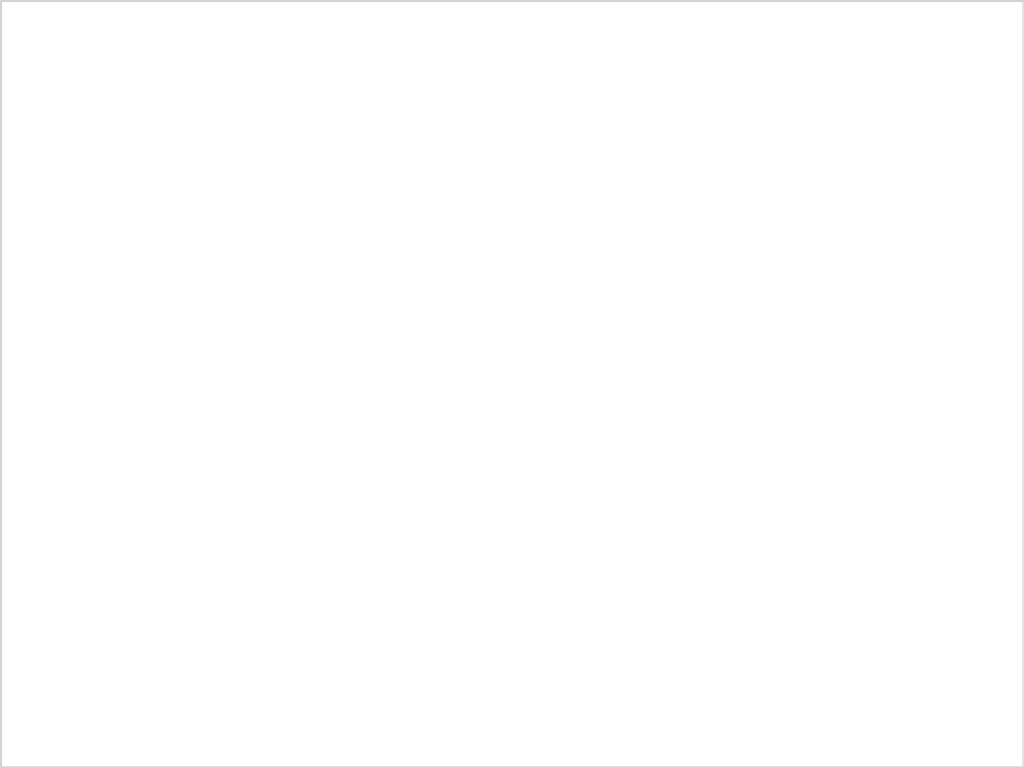
<source format=kicad_pcb>
(kicad_pcb (version 20221018) (generator pcbnew)

  (general
    (thickness 1.6)
  )

  (paper "A4")
  (layers
    (0 "F.Cu" signal)
    (31 "B.Cu" signal)
    (32 "B.Adhes" user "B.Adhesive")
    (33 "F.Adhes" user "F.Adhesive")
    (34 "B.Paste" user)
    (35 "F.Paste" user)
    (36 "B.SilkS" user "B.Silkscreen")
    (37 "F.SilkS" user "F.Silkscreen")
    (38 "B.Mask" user)
    (39 "F.Mask" user)
    (40 "Dwgs.User" user "User.Drawings")
    (41 "Cmts.User" user "User.Comments")
    (42 "Eco1.User" user "User.Eco1")
    (43 "Eco2.User" user "User.Eco2")
    (44 "Edge.Cuts" user)
    (45 "Margin" user)
    (46 "B.CrtYd" user "B.Courtyard")
    (47 "F.CrtYd" user "F.Courtyard")
    (48 "B.Fab" user)
    (49 "F.Fab" user)
    (50 "User.1" user)
    (51 "User.2" user)
    (52 "User.3" user)
    (53 "User.4" user)
    (54 "User.5" user)
    (55 "User.6" user)
    (56 "User.7" user)
    (57 "User.8" user)
    (58 "User.9" user)
  )

  (setup
    (stackup
      (layer "F.SilkS" (type "Top Silk Screen"))
      (layer "F.Paste" (type "Top Solder Paste"))
      (layer "F.Mask" (type "Top Solder Mask") (thickness 0.01))
      (layer "F.Cu" (type "copper") (thickness 0.035))
      (layer "dielectric 1" (type "core") (thickness 1.51) (material "FR4") (epsilon_r 4.5) (loss_tangent 0.02))
      (layer "B.Cu" (type "copper") (thickness 0.035))
      (layer "B.Mask" (type "Bottom Solder Mask") (thickness 0.01))
      (layer "B.Paste" (type "Bottom Solder Paste"))
      (layer "B.SilkS" (type "Bottom Silk Screen"))
      (copper_finish "None")
      (dielectric_constraints no)
    )
    (pad_to_mask_clearance 0)
    (pcbplotparams
      (layerselection 0x00010fc_ffffffff)
      (plot_on_all_layers_selection 0x0000000_00000000)
      (disableapertmacros false)
      (usegerberextensions false)
      (usegerberattributes true)
      (usegerberadvancedattributes true)
      (creategerberjobfile true)
      (dashed_line_dash_ratio 12.000000)
      (dashed_line_gap_ratio 3.000000)
      (svgprecision 4)
      (plotframeref false)
      (viasonmask false)
      (mode 1)
      (useauxorigin false)
      (hpglpennumber 1)
      (hpglpenspeed 20)
      (hpglpendiameter 15.000000)
      (dxfpolygonmode true)
      (dxfimperialunits true)
      (dxfusepcbnewfont true)
      (psnegative false)
      (psa4output false)
      (plotreference true)
      (plotvalue true)
      (plotinvisibletext false)
      (sketchpadsonfab false)
      (subtractmaskfromsilk false)
      (outputformat 1)
      (mirror false)
      (drillshape 1)
      (scaleselection 1)
      (outputdirectory "")
    )
  )

  (net 0 "")

  (gr_rect (start 118.745 66.04) (end 169.545 104.14)
    (stroke (width 0.1) (type default)) (fill none) (layer "Edge.Cuts") (tstamp 22933e27-df13-48a9-b423-a3581a5da029))

)

</source>
